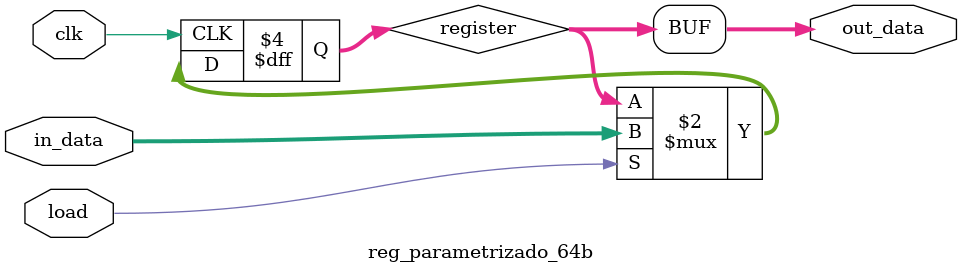
<source format=v>

module reg_parametrizado_64b(
  clk, // sinal de clock
  load, // sinal de carga
  in_data, // entrada de dados
  out_data // saída de dados
);
  parameter BITS = 64; // número de bits do registrador

  input clk, load;
  input [BITS-1:0] in_data;
  output [BITS-1:0] out_data;

   // número de bits do registrador

  reg [BITS-1:0] register; // registrador

  assign out_data = register; // saída dos dados registrados

  always @(posedge clk) begin
    if (load) // carga habilitada
      register <= in_data; // atualiza o valor do registrador
  end

endmodule

</source>
